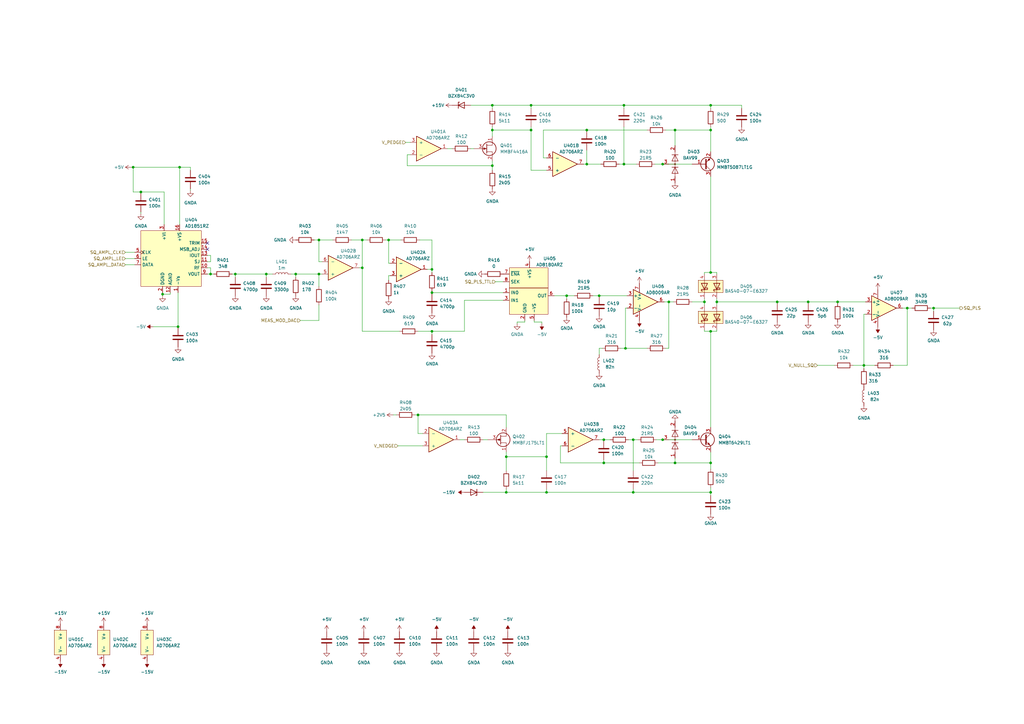
<source format=kicad_sch>
(kicad_sch (version 20230121) (generator eeschema)
  (paper "A3")
  (title_block (date "2023-07-12") (rev "1.1"))
  (junction (at 255.905 43.18))
  (junction (at 109.22 112.395))
  (junction (at 73.66 68.58))
  (junction (at 66.675 120.65))
  (junction (at 224.155 187.325))
  (junction (at 177.165 120.015))
  (junction (at 291.465 43.18))
  (junction (at 207.645 187.325))
  (junction (at 177.165 135.89))
  (junction (at 217.805 53.34))
  (junction (at 201.93 53.34))
  (junction (at 240.665 53.34))
  (junction (at 291.465 189.865))
  (junction (at 318.77 123.825))
  (junction (at 73.025 133.985))
  (junction (at 121.285 112.395))
  (junction (at 259.715 180.34))
  (junction (at 130.81 98.425))
  (junction (at 291.465 135.89))
  (junction (at 96.52 112.395))
  (junction (at 54.61 68.58))
  (junction (at 240.665 67.31))
  (junction (at 224.155 201.93))
  (junction (at 343.535 123.825))
  (junction (at 274.32 123.825))
  (junction (at 291.465 201.93))
  (junction (at 86.36 112.395))
  (junction (at 245.745 121.285))
  (junction (at 276.86 189.865))
  (junction (at 255.905 67.31))
  (junction (at 201.93 67.945))
  (junction (at 354.33 149.86))
  (junction (at 148.59 98.425))
  (junction (at 207.645 201.93))
  (junction (at 291.465 111.76))
  (junction (at 271.78 180.34))
  (junction (at 201.93 43.18))
  (junction (at 291.465 53.34))
  (junction (at 331.47 123.825))
  (junction (at 130.81 112.395))
  (junction (at 276.86 53.34))
  (junction (at 159.385 98.425))
  (junction (at 372.11 126.365))
  (junction (at 232.41 121.285))
  (junction (at 217.805 43.18))
  (junction (at 171.45 170.18))
  (junction (at 57.785 78.74))
  (junction (at 382.905 126.365))
  (junction (at 288.925 123.825))
  (junction (at 271.78 67.31))
  (junction (at 177.165 110.49))
  (junction (at 259.715 201.93))
  (junction (at 247.65 189.865))
  (junction (at 148.59 109.855))
  (junction (at 256.54 142.875))
  (junction (at 247.65 180.34))
  (junction (at 294.005 123.825))
  (no_connect (at 85.09 102.235))
  (no_connect (at 85.09 99.695))
  (wire (pts (xy 54.61 78.74) (xy 57.785 78.74)))
  (wire (pts (xy 276.86 53.34) (xy 291.465 53.34)))
  (wire (pts (xy 130.81 112.395) (xy 121.285 112.395)))
  (wire (pts (xy 291.465 43.18) (xy 304.165 43.18)))
  (wire (pts (xy 177.165 110.49) (xy 175.26 110.49)))
  (wire (pts (xy 148.59 109.855) (xy 148.59 98.425)))
  (wire (pts (xy 86.36 112.395) (xy 86.36 109.855)))
  (wire (pts (xy 372.11 126.365) (xy 370.205 126.365)))
  (wire (pts (xy 53.975 68.58) (xy 54.61 68.58)))
  (wire (pts (xy 229.87 189.865) (xy 229.87 182.88)))
  (wire (pts (xy 190.5 135.89) (xy 190.5 123.19)))
  (wire (pts (xy 268.605 67.31) (xy 271.78 67.31)))
  (wire (pts (xy 257.175 126.365) (xy 256.54 126.365)))
  (wire (pts (xy 291.465 111.76) (xy 294.005 111.76)))
  (wire (pts (xy 67.31 78.74) (xy 57.785 78.74)))
  (wire (pts (xy 354.33 128.905) (xy 354.33 149.86)))
  (wire (pts (xy 274.32 123.825) (xy 272.415 123.825)))
  (wire (pts (xy 276.86 189.865) (xy 276.86 187.96)))
  (wire (pts (xy 96.52 113.665) (xy 96.52 112.395)))
  (wire (pts (xy 291.465 135.89) (xy 294.005 135.89)))
  (wire (pts (xy 109.22 112.395) (xy 111.76 112.395)))
  (wire (pts (xy 198.12 201.93) (xy 207.645 201.93)))
  (wire (pts (xy 121.285 112.395) (xy 121.285 113.665)))
  (wire (pts (xy 207.645 170.18) (xy 207.645 175.26)))
  (wire (pts (xy 201.93 53.34) (xy 217.805 53.34)))
  (wire (pts (xy 259.715 193.04) (xy 259.715 180.34)))
  (wire (pts (xy 382.905 126.365) (xy 393.7 126.365)))
  (wire (pts (xy 354.965 128.905) (xy 354.33 128.905)))
  (wire (pts (xy 240.665 67.31) (xy 246.38 67.31)))
  (wire (pts (xy 119.38 112.395) (xy 121.285 112.395)))
  (wire (pts (xy 193.04 60.96) (xy 194.31 60.96)))
  (wire (pts (xy 354.965 123.825) (xy 343.535 123.825)))
  (wire (pts (xy 85.09 107.315) (xy 86.36 107.315)))
  (wire (pts (xy 273.05 142.875) (xy 274.32 142.875)))
  (wire (pts (xy 224.155 201.93) (xy 224.155 200.66)))
  (wire (pts (xy 240.665 67.31) (xy 240.665 61.595)))
  (wire (pts (xy 158.115 98.425) (xy 159.385 98.425)))
  (wire (pts (xy 159.385 107.95) (xy 160.02 107.95)))
  (wire (pts (xy 86.36 104.775) (xy 85.09 104.775)))
  (wire (pts (xy 212.09 132.715) (xy 212.09 132.08)))
  (wire (pts (xy 283.845 123.825) (xy 288.925 123.825)))
  (wire (pts (xy 256.54 142.875) (xy 265.43 142.875)))
  (wire (pts (xy 173.355 177.8) (xy 171.45 177.8)))
  (wire (pts (xy 67.31 92.075) (xy 67.31 78.74)))
  (wire (pts (xy 271.78 180.34) (xy 283.845 180.34)))
  (wire (pts (xy 159.385 98.425) (xy 159.385 107.95)))
  (wire (pts (xy 51.435 103.505) (xy 55.245 103.505)))
  (wire (pts (xy 159.385 113.03) (xy 159.385 114.935)))
  (wire (pts (xy 269.24 180.34) (xy 271.78 180.34)))
  (wire (pts (xy 382.905 126.365) (xy 381.635 126.365)))
  (wire (pts (xy 66.675 120.015) (xy 66.675 120.65)))
  (wire (pts (xy 123.19 131.445) (xy 130.81 131.445)))
  (wire (pts (xy 177.165 120.015) (xy 177.165 119.38)))
  (wire (pts (xy 171.45 170.18) (xy 207.645 170.18)))
  (wire (pts (xy 163.83 135.89) (xy 148.59 135.89)))
  (wire (pts (xy 96.52 112.395) (xy 109.22 112.395)))
  (wire (pts (xy 207.645 201.93) (xy 207.645 200.66)))
  (wire (pts (xy 168.275 63.5) (xy 167.005 63.5)))
  (wire (pts (xy 177.165 98.425) (xy 172.085 98.425)))
  (wire (pts (xy 217.805 43.18) (xy 217.805 44.45)))
  (wire (pts (xy 243.205 121.285) (xy 245.745 121.285)))
  (wire (pts (xy 232.41 122.555) (xy 232.41 121.285)))
  (wire (pts (xy 239.395 67.31) (xy 240.665 67.31)))
  (wire (pts (xy 148.59 98.425) (xy 150.495 98.425)))
  (wire (pts (xy 51.435 106.045) (xy 55.245 106.045)))
  (wire (pts (xy 128.905 98.425) (xy 130.81 98.425)))
  (wire (pts (xy 288.925 112.395) (xy 288.925 111.76)))
  (wire (pts (xy 288.925 123.825) (xy 288.925 125.095)))
  (wire (pts (xy 354.33 149.86) (xy 358.775 149.86)))
  (wire (pts (xy 163.195 182.88) (xy 173.355 182.88)))
  (wire (pts (xy 166.37 58.42) (xy 168.275 58.42)))
  (wire (pts (xy 318.77 124.46) (xy 318.77 123.825)))
  (wire (pts (xy 86.36 112.395) (xy 87.63 112.395)))
  (wire (pts (xy 177.165 110.49) (xy 177.165 98.425)))
  (wire (pts (xy 167.005 67.945) (xy 201.93 67.945)))
  (wire (pts (xy 160.02 113.03) (xy 159.385 113.03)))
  (wire (pts (xy 291.465 135.89) (xy 291.465 175.26)))
  (wire (pts (xy 247.65 188.595) (xy 247.65 189.865)))
  (wire (pts (xy 207.645 185.42) (xy 207.645 187.325)))
  (wire (pts (xy 382.905 127.635) (xy 382.905 126.365)))
  (wire (pts (xy 273.05 53.34) (xy 276.86 53.34)))
  (wire (pts (xy 240.665 53.34) (xy 222.885 53.34)))
  (wire (pts (xy 224.155 177.8) (xy 230.505 177.8)))
  (wire (pts (xy 130.81 112.395) (xy 132.08 112.395)))
  (wire (pts (xy 66.675 120.65) (xy 69.85 120.65)))
  (wire (pts (xy 109.22 113.665) (xy 109.22 112.395)))
  (wire (pts (xy 132.08 107.315) (xy 130.81 107.315)))
  (wire (pts (xy 130.81 107.315) (xy 130.81 98.425)))
  (wire (pts (xy 232.41 121.285) (xy 235.585 121.285)))
  (wire (pts (xy 229.87 182.88) (xy 230.505 182.88)))
  (wire (pts (xy 167.005 63.5) (xy 167.005 67.945)))
  (wire (pts (xy 331.47 123.825) (xy 331.47 124.46)))
  (wire (pts (xy 66.675 120.65) (xy 66.675 121.285)))
  (wire (pts (xy 147.32 109.855) (xy 148.59 109.855)))
  (wire (pts (xy 69.85 120.015) (xy 69.85 120.65)))
  (wire (pts (xy 85.09 112.395) (xy 86.36 112.395)))
  (wire (pts (xy 343.535 123.825) (xy 343.535 124.46)))
  (wire (pts (xy 78.105 68.58) (xy 73.66 68.58)))
  (wire (pts (xy 288.925 135.89) (xy 291.465 135.89)))
  (wire (pts (xy 245.745 121.285) (xy 245.745 121.92)))
  (wire (pts (xy 262.255 189.865) (xy 247.65 189.865)))
  (wire (pts (xy 198.12 180.34) (xy 200.025 180.34)))
  (wire (pts (xy 259.715 201.93) (xy 291.465 201.93)))
  (wire (pts (xy 255.905 52.07) (xy 255.905 67.31)))
  (wire (pts (xy 78.105 77.47) (xy 78.105 78.105)))
  (wire (pts (xy 207.645 187.325) (xy 224.155 187.325)))
  (wire (pts (xy 171.45 135.89) (xy 177.165 135.89)))
  (wire (pts (xy 291.465 72.39) (xy 291.465 111.76)))
  (wire (pts (xy 247.65 180.34) (xy 250.19 180.34)))
  (wire (pts (xy 294.005 123.825) (xy 318.77 123.825)))
  (wire (pts (xy 177.165 120.015) (xy 206.375 120.015)))
  (wire (pts (xy 291.465 201.93) (xy 291.465 200.025)))
  (wire (pts (xy 57.785 78.74) (xy 57.785 79.375)))
  (wire (pts (xy 222.25 132.08) (xy 219.075 132.08)))
  (wire (pts (xy 148.59 135.89) (xy 148.59 109.855)))
  (wire (pts (xy 288.925 111.76) (xy 291.465 111.76)))
  (wire (pts (xy 245.745 145.415) (xy 245.745 142.875)))
  (wire (pts (xy 294.005 122.555) (xy 294.005 123.825)))
  (wire (pts (xy 217.805 53.34) (xy 217.805 52.07)))
  (wire (pts (xy 354.33 149.86) (xy 354.33 151.13)))
  (wire (pts (xy 161.29 170.18) (xy 162.56 170.18)))
  (wire (pts (xy 86.36 107.315) (xy 86.36 104.775)))
  (wire (pts (xy 130.81 98.425) (xy 136.525 98.425)))
  (wire (pts (xy 217.805 69.85) (xy 217.805 53.34)))
  (wire (pts (xy 86.36 109.855) (xy 85.09 109.855)))
  (wire (pts (xy 291.465 189.865) (xy 291.465 192.405)))
  (wire (pts (xy 177.165 120.65) (xy 177.165 120.015)))
  (wire (pts (xy 247.65 180.34) (xy 247.65 180.975)))
  (wire (pts (xy 294.005 111.76) (xy 294.005 112.395)))
  (wire (pts (xy 177.165 135.89) (xy 177.165 137.16)))
  (wire (pts (xy 245.745 180.34) (xy 247.65 180.34)))
  (wire (pts (xy 222.885 53.34) (xy 222.885 64.77)))
  (wire (pts (xy 257.81 180.34) (xy 259.715 180.34)))
  (wire (pts (xy 259.715 180.34) (xy 261.62 180.34)))
  (wire (pts (xy 207.645 187.325) (xy 207.645 193.04)))
  (wire (pts (xy 271.78 67.31) (xy 283.845 67.31)))
  (wire (pts (xy 73.66 92.075) (xy 73.66 68.58)))
  (wire (pts (xy 224.155 187.325) (xy 224.155 193.04)))
  (wire (pts (xy 130.81 131.445) (xy 130.81 125.095)))
  (wire (pts (xy 372.11 126.365) (xy 374.015 126.365)))
  (wire (pts (xy 255.905 43.18) (xy 217.805 43.18)))
  (wire (pts (xy 256.54 126.365) (xy 256.54 142.875)))
  (wire (pts (xy 331.47 123.825) (xy 343.535 123.825)))
  (wire (pts (xy 170.18 170.18) (xy 171.45 170.18)))
  (wire (pts (xy 372.11 149.86) (xy 372.11 126.365)))
  (wire (pts (xy 274.32 123.825) (xy 276.225 123.825)))
  (wire (pts (xy 54.61 68.58) (xy 73.66 68.58)))
  (wire (pts (xy 95.25 112.395) (xy 96.52 112.395)))
  (wire (pts (xy 269.875 189.865) (xy 276.86 189.865)))
  (wire (pts (xy 130.81 112.395) (xy 130.81 117.475)))
  (wire (pts (xy 255.905 44.45) (xy 255.905 43.18)))
  (wire (pts (xy 207.645 201.93) (xy 224.155 201.93)))
  (wire (pts (xy 188.595 180.34) (xy 190.5 180.34)))
  (wire (pts (xy 177.165 135.89) (xy 190.5 135.89)))
  (wire (pts (xy 224.155 201.93) (xy 259.715 201.93)))
  (wire (pts (xy 291.465 201.93) (xy 291.465 203.2)))
  (wire (pts (xy 62.865 133.985) (xy 73.025 133.985)))
  (wire (pts (xy 201.93 66.04) (xy 201.93 67.945)))
  (wire (pts (xy 276.86 189.865) (xy 291.465 189.865)))
  (wire (pts (xy 224.155 69.85) (xy 217.805 69.85)))
  (wire (pts (xy 288.925 122.555) (xy 288.925 123.825)))
  (wire (pts (xy 219.075 131.445) (xy 219.075 132.08)))
  (wire (pts (xy 227.33 121.285) (xy 232.41 121.285)))
  (wire (pts (xy 215.265 131.445) (xy 215.265 132.08)))
  (wire (pts (xy 73.025 134.62) (xy 73.025 133.985)))
  (wire (pts (xy 291.465 44.45) (xy 291.465 43.18)))
  (wire (pts (xy 335.28 149.86) (xy 342.265 149.86)))
  (wire (pts (xy 318.77 123.825) (xy 331.47 123.825)))
  (wire (pts (xy 304.165 43.18) (xy 304.165 44.45)))
  (wire (pts (xy 259.715 201.93) (xy 259.715 200.66)))
  (wire (pts (xy 257.175 121.285) (xy 245.745 121.285)))
  (wire (pts (xy 177.165 111.76) (xy 177.165 110.49)))
  (wire (pts (xy 254 67.31) (xy 255.905 67.31)))
  (wire (pts (xy 183.515 60.96) (xy 185.42 60.96)))
  (wire (pts (xy 294.005 123.825) (xy 294.005 125.095)))
  (wire (pts (xy 57.785 86.995) (xy 57.785 87.63)))
  (wire (pts (xy 201.93 67.945) (xy 201.93 69.85)))
  (wire (pts (xy 73.025 120.015) (xy 73.025 133.985)))
  (wire (pts (xy 224.155 187.325) (xy 224.155 177.8)))
  (wire (pts (xy 171.45 177.8) (xy 171.45 170.18)))
  (wire (pts (xy 54.61 78.74) (xy 54.61 68.58)))
  (wire (pts (xy 164.465 98.425) (xy 159.385 98.425)))
  (wire (pts (xy 217.805 43.18) (xy 201.93 43.18)))
  (wire (pts (xy 212.09 132.08) (xy 215.265 132.08)))
  (wire (pts (xy 255.905 67.31) (xy 260.985 67.31)))
  (wire (pts (xy 366.395 149.86) (xy 372.11 149.86)))
  (wire (pts (xy 201.93 43.18) (xy 201.93 44.45)))
  (wire (pts (xy 255.905 43.18) (xy 291.465 43.18)))
  (wire (pts (xy 144.145 98.425) (xy 148.59 98.425)))
  (wire (pts (xy 349.885 149.86) (xy 354.33 149.86)))
  (wire (pts (xy 201.93 52.07) (xy 201.93 53.34)))
  (wire (pts (xy 254.635 142.875) (xy 256.54 142.875)))
  (wire (pts (xy 291.465 53.34) (xy 291.465 52.07)))
  (wire (pts (xy 78.105 69.85) (xy 78.105 68.58)))
  (wire (pts (xy 291.465 185.42) (xy 291.465 189.865)))
  (wire (pts (xy 247.65 189.865) (xy 229.87 189.865)))
  (wire (pts (xy 193.04 43.18) (xy 201.93 43.18)))
  (wire (pts (xy 276.86 59.69) (xy 276.86 53.34)))
  (wire (pts (xy 222.885 64.77) (xy 224.155 64.77)))
  (wire (pts (xy 274.32 142.875) (xy 274.32 123.825)))
  (wire (pts (xy 222.25 132.715) (xy 222.25 132.08)))
  (wire (pts (xy 203.2 115.57) (xy 206.375 115.57)))
  (wire (pts (xy 294.005 135.255) (xy 294.005 135.89)))
  (wire (pts (xy 240.665 53.34) (xy 265.43 53.34)))
  (wire (pts (xy 240.665 53.975) (xy 240.665 53.34)))
  (wire (pts (xy 245.745 142.875) (xy 247.015 142.875)))
  (wire (pts (xy 288.925 135.255) (xy 288.925 135.89)))
  (wire (pts (xy 51.435 108.585) (xy 55.245 108.585)))
  (wire (pts (xy 201.93 53.34) (xy 201.93 55.88)))
  (wire (pts (xy 291.465 53.34) (xy 291.465 62.23)))
  (wire (pts (xy 190.5 123.19) (xy 206.375 123.19)))
  (hierarchical_label "MEAS_MOD_DAC" (shape input) (at 123.19 131.445 180))
  (hierarchical_label "V_NEDGE" (shape input) (at 163.195 182.88 180))
  (hierarchical_label "SQ_AMPL_LE" (shape input) (at 51.435 106.045 180))
  (hierarchical_label "SQ_PLS_TTL" (shape input) (at 203.2 115.57 180))
  (hierarchical_label "V_NULL_SQ" (shape input) (at 335.28 149.86 180))
  (hierarchical_label "SQ_AMPL_CLK" (shape input) (at 51.435 103.505 180))
  (hierarchical_label "V_PEDGE" (shape input) (at 166.37 58.42 180))
  (hierarchical_label "SQ_PLS" (shape output) (at 393.7 126.365 0))
  (hierarchical_label "SQ_AMPL_DATA" (shape input) (at 51.435 108.585 180))
  (symbol (lib_id "Device:C") (at 177.165 124.46 0) (unit 1)
    (property "Reference" "C414" (at 180.34 123.19 0) (effects (justify left)))
    (property "Value" "4700p" (at 180.34 125.73 0) (effects (justify left)))
    (property "Footprint" "Capacitor_SMD:C_0603_1608Metric_Pad1.08x0.95mm_HandSolder" (effects hide))
    (instances (project "ETH1CFGEN1B" (path "" (reference "C414") (unit 1))) (project "ETH1CFGEN1" (path "" (reference "C1214") (unit 1))))
  )
  (symbol (lib_id "Device:R") (at 159.385 118.745 0) (unit 1)
    (property "Reference" "R407" (at 161.29 117.475 0) (effects (justify left)))
    (property "Value" "1k" (at 161.29 120.015 0) (effects (justify left)))
    (property "Footprint" "Resistor_SMD:R_0603_1608Metric_Pad0.98x0.95mm_HandSolder" (effects hide))
    (instances (project "ETH1CFGEN1B" (path "" (reference "R407") (unit 1))) (project "ETH1CFGEN1" (path "" (reference "R1207") (unit 1))))
  )
  (symbol (lib_id "ETH1CFGEN1:AD706") (at 60.325 263.525 0) (unit 3)
    (property "Reference" "U403" (at 64.135 262.255 0) (effects (justify left)))
    (property "Value" "AD706ARZ" (at 64.135 264.795 0) (effects (justify left)))
    (property "Footprint" "Package_SO:SOIC-8_3.9x4.9mm_P1.27mm" (effects hide))
    (instances (project "ETH1CFGEN1B" (path "" (reference "U403") (unit 3))) (project "ETH1CFGEN1" (path "" (reference "U1203") (unit 3))))
  )
  (symbol (lib_id "ETH1CFGEN1:BAS40-07-E6327") (at 291.465 117.475 0) (unit 1)
    (property "Reference" "D405" (at 306.07 117.475 0))
    (property "Value" "BAS40-07-E6327" (at 306.07 119.38 0))
    (property "Footprint" "Package_TO_SOT_SMD:SOT-143" (effects hide))
    (instances (project "ETH1CFGEN1B" (path "" (reference "D405") (unit 1))) (project "ETH1CFGEN1" (path "" (reference "D1205") (unit 1))))
  )
  (symbol (lib_id "Device:R") (at 254 180.34 90) (unit 1)
    (property "Reference" "R422" (at 254 175.26 90))
    (property "Value" "100" (at 254 177.8 90))
    (property "Footprint" "Resistor_SMD:R_0603_1608Metric_Pad0.98x0.95mm_HandSolder" (effects hide))
    (instances (project "ETH1CFGEN1B" (path "" (reference "R422") (unit 1))) (project "ETH1CFGEN1" (path "" (reference "R1222") (unit 1))))
  )
  (symbol (lib_id "Device:C") (at 240.665 57.785 0) (unit 1)
    (property "Reference" "C418" (at 243.84 56.515 0) (effects (justify left)))
    (property "Value" "100n" (at 243.84 59.055 0) (effects (justify left)))
    (property "Footprint" "Capacitor_SMD:C_0603_1608Metric_Pad1.08x0.95mm_HandSolder" (effects hide))
    (instances (project "ETH1CFGEN1B" (path "" (reference "C418") (unit 1))) (project "ETH1CFGEN1" (path "" (reference "C1218") (unit 1))))
  )
  (symbol (lib_id "Device:L") (at 354.33 162.56 0) (mirror y) (unit 1)
    (property "Reference" "L403" (at 360.68 161.29 0) (effects (justify left)))
    (property "Value" "82n" (at 360.68 163.83 0) (effects (justify left)))
    (property "Footprint" "Inductor_SMD:L_0805_2012Metric_Pad1.15x1.40mm_HandSolder" (effects hide))
    (instances (project "ETH1CFGEN1B" (path "" (reference "L403") (unit 1))) (project "ETH1CFGEN1" (path "" (reference "L1203") (unit 1))))
  )
  (symbol (lib_id "ETH1CFGEN1:AD706") (at 24.765 263.525 0) (unit 3)
    (property "Reference" "U401" (at 27.94 262.255 0) (effects (justify left)))
    (property "Value" "AD706ARZ" (at 27.94 264.795 0) (effects (justify left)))
    (property "Footprint" "Package_SO:SOIC-8_3.9x4.9mm_P1.27mm" (effects hide))
    (instances (project "ETH1CFGEN1B" (path "" (reference "U401") (unit 3))) (project "ETH1CFGEN1" (path "" (reference "U1201") (unit 3))))
  )
  (symbol (lib_id "Device:C") (at 133.985 262.89 0) (unit 1)
    (property "Reference" "C405" (at 137.795 261.62 0) (effects (justify left)))
    (property "Value" "100n" (at 137.795 264.16 0) (effects (justify left)))
    (property "Footprint" "Capacitor_SMD:C_0603_1608Metric_Pad1.08x0.95mm_HandSolder" (effects hide))
    (instances (project "ETH1CFGEN1B" (path "" (reference "C405") (unit 1))) (project "ETH1CFGEN1" (path "" (reference "C1205") (unit 1))))
  )
  (symbol (lib_id "power:-15V") (at 24.765 271.145 180) (unit 1)
    (property "Reference" "#PWR01202" (effects hide))
    (property "Value" "-15V" (at 24.765 275.59 0))
  )
  (symbol (lib_id "Device:C") (at 304.165 48.26 0) (unit 1)
    (property "Reference" "C424" (at 307.34 46.99 0) (effects (justify left)))
    (property "Value" "100n" (at 307.34 49.53 0) (effects (justify left)))
    (property "Footprint" "Capacitor_SMD:C_0603_1608Metric_Pad1.08x0.95mm_HandSolder" (effects hide))
    (instances (project "ETH1CFGEN1B" (path "" (reference "C424") (unit 1))) (project "ETH1CFGEN1" (path "" (reference "C1224") (unit 1))))
  )
  (symbol (lib_id "ETH1CFGEN1:AD706") (at 236.855 180.34 0) (mirror x) (unit 2)
    (property "Reference" "U403" (at 242.57 173.99 0))
    (property "Value" "AD706ARZ" (at 242.57 176.53 0))
    (property "Footprint" "Package_SO:SOIC-8_3.9x4.9mm_P1.27mm" (effects hide))
    (instances (project "ETH1CFGEN1B" (path "" (reference "U403") (unit 2))) (project "ETH1CFGEN1" (path "" (reference "U1203") (unit 2))))
  )
  (symbol (lib_id "Device:L") (at 115.57 112.395 90) (unit 1)
    (property "Reference" "L401" (at 115.57 107.315 90))
    (property "Value" "1m" (at 115.57 109.855 90))
    (property "Footprint" "Inductor_SMD:L_0805_2012Metric_Pad1.15x1.40mm_HandSolder" (effects hide))
    (instances (project "ETH1CFGEN1B" (path "" (reference "L401") (unit 1))) (project "ETH1CFGEN1" (path "" (reference "L1201") (unit 1))))
  )
  (symbol (lib_id "Device:C") (at 96.52 117.475 0) (unit 1)
    (property "Reference" "C408" (at 99.695 116.205 0) (effects (justify left)))
    (property "Value" "4700p" (at 99.695 118.745 0) (effects (justify left)))
    (property "Footprint" "Capacitor_SMD:C_0603_1608Metric_Pad1.08x0.95mm_HandSolder" (effects hide))
    (instances (project "ETH1CFGEN1B" (path "" (reference "C408") (unit 1))) (project "ETH1CFGEN1" (path "" (reference "C1208") (unit 1))))
  )
  (symbol (lib_id "Device:C") (at 208.28 262.89 0) (unit 1)
    (property "Reference" "C413" (at 212.09 261.62 0) (effects (justify left)))
    (property "Value" "100n" (at 212.09 264.16 0) (effects (justify left)))
    (property "Footprint" "Capacitor_SMD:C_0603_1608Metric_Pad1.08x0.95mm_HandSolder" (effects hide))
    (instances (project "ETH1CFGEN1B" (path "" (reference "C413") (unit 1))) (project "ETH1CFGEN1" (path "" (reference "C1213") (unit 1))))
  )
  (symbol (lib_id "power:GNDA") (at 66.675 121.285 0) (unit 1)
    (property "Reference" "#PWR0411" (effects hide))
    (property "Value" "GNDA" (at 66.675 126.365 0))
    (instances (project "ETH1CFGEN1B" (path "" (reference "#PWR0411") (unit 1))) (project "ETH1CFGEN1" (path "" (reference "#PWR01211") (unit 1))))
  )
  (symbol (lib_id "power:+2V5") (at 161.29 170.18 90) (unit 1)
    (property "Reference" "#PWR0432" (effects hide))
    (property "Value" "+2V5" (at 158.115 170.18 90) (effects (justify left)))
    (instances (project "ETH1CFGEN1B" (path "" (reference "#PWR0432") (unit 1))) (project "ETH1CFGEN1" (path "" (reference "#PWR01232") (unit 1))))
  )
  (symbol (lib_id "power:+5V") (at 262.255 116.205 0) (unit 1)
    (property "Reference" "#PWR01214" (effects hide))
    (property "Value" "+5V" (at 262.255 111.125 0))
  )
  (symbol (lib_id "ETH1CFGEN1:AD706") (at 166.37 110.49 0) (unit 1)
    (property "Reference" "U402" (at 171.45 103.505 0))
    (property "Value" "AD706ARZ" (at 171.45 106.045 0))
    (property "Footprint" "Package_SO:SOIC-8_3.9x4.9mm_P1.27mm" (effects hide))
    (instances (project "ETH1CFGEN1B" (path "" (reference "U402") (unit 1))) (project "ETH1CFGEN1" (path "" (reference "U1202") (unit 1))))
  )
  (symbol (lib_id "power:+15V") (at 60.325 255.905 0) (unit 1)
    (property "Reference" "#PWR01204" (effects hide))
    (property "Value" "+15V" (at 60.325 251.46 0))
  )
  (symbol (lib_id "ETH1CFGEN1:BAS40-07-E6327") (at 291.465 130.175 0) (unit 1)
    (property "Reference" "D406" (at 306.07 130.175 0))
    (property "Value" "BAS40-07-E6327" (at 306.07 132.08 0))
    (property "Footprint" "Package_TO_SOT_SMD:SOT-143" (effects hide))
    (instances (project "ETH1CFGEN1B" (path "" (reference "D406") (unit 1))) (project "ETH1CFGEN1" (path "" (reference "D1206") (unit 1))))
  )
  (symbol (lib_id "Device:R") (at 264.795 67.31 90) (unit 1)
    (property "Reference" "R423" (at 264.795 62.23 90))
    (property "Value" "21R5" (at 264.795 64.77 90))
    (property "Footprint" "Resistor_SMD:R_0603_1608Metric_Pad0.98x0.95mm_HandSolder" (effects hide))
    (instances (project "ETH1CFGEN1B" (path "" (reference "R423") (unit 1))) (project "ETH1CFGEN1" (path "" (reference "R1223") (unit 1))))
  )
  (symbol (lib_id "power:GNDA") (at 179.07 266.7 0) (unit 1)
    (property "Reference" "#PWR0426" (effects hide))
    (property "Value" "GNDA" (at 179.07 271.78 0))
    (instances (project "ETH1CFGEN1B" (path "" (reference "#PWR0426") (unit 1))) (project "ETH1CFGEN1" (path "" (reference "#PWR01226") (unit 1))))
  )
  (symbol (lib_id "power:-15V") (at 60.325 271.145 180) (unit 1)
    (property "Reference" "#PWR01208" (effects hide))
    (property "Value" "-15V" (at 60.325 275.59 0))
  )
  (symbol (lib_id "power:GNDA") (at 208.28 266.7 0) (unit 1)
    (property "Reference" "#PWR0430" (effects hide))
    (property "Value" "GNDA" (at 208.28 271.78 0))
    (instances (project "ETH1CFGEN1B" (path "" (reference "#PWR0430") (unit 1))) (project "ETH1CFGEN1" (path "" (reference "#PWR01230") (unit 1))))
  )
  (symbol (lib_id "Device:C") (at 259.715 196.85 0) (unit 1)
    (property "Reference" "C422" (at 262.89 195.58 0) (effects (justify left)))
    (property "Value" "220n" (at 262.89 198.12 0) (effects (justify left)))
    (property "Footprint" "Capacitor_SMD:C_0603_1608Metric_Pad1.08x0.95mm_HandSolder" (effects hide))
    (instances (project "ETH1CFGEN1B" (path "" (reference "C422") (unit 1))) (project "ETH1CFGEN1" (path "" (reference "C1222") (unit 1))))
  )
  (symbol (lib_id "Device:R") (at 167.64 135.89 90) (unit 1)
    (property "Reference" "R409" (at 167.64 130.175 90))
    (property "Value" "619" (at 167.64 132.715 90))
    (property "Footprint" "Resistor_SMD:R_0603_1608Metric_Pad0.98x0.95mm_HandSolder" (effects hide))
    (instances (project "ETH1CFGEN1B" (path "" (reference "R409") (unit 1))) (project "ETH1CFGEN1" (path "" (reference "R1209") (unit 1))))
  )
  (symbol (lib_id "Device:R") (at 250.825 142.875 90) (unit 1)
    (property "Reference" "R421" (at 250.825 137.795 90))
    (property "Value" "316" (at 250.825 140.335 90))
    (property "Footprint" "Resistor_SMD:R_0603_1608Metric_Pad0.98x0.95mm_HandSolder" (effects hide))
    (instances (project "ETH1CFGEN1B" (path "" (reference "R421") (unit 1))) (project "ETH1CFGEN1" (path "" (reference "R1221") (unit 1))))
  )
  (symbol (lib_id "Device:R") (at 377.825 126.365 90) (unit 1)
    (property "Reference" "R435" (at 377.825 121.285 90))
    (property "Value" "34R8" (at 377.825 123.825 90))
    (property "Footprint" "Resistor_SMD:R_0603_1608Metric_Pad0.98x0.95mm_HandSolder" (effects hide))
    (instances (project "ETH1CFGEN1B" (path "" (reference "R435") (unit 1))) (project "ETH1CFGEN1" (path "" (reference "R1235") (unit 1))))
  )
  (symbol (lib_id "power:GNDA") (at 149.225 266.7 0) (unit 1)
    (property "Reference" "#PWR0418" (effects hide))
    (property "Value" "GNDA" (at 149.225 271.78 0))
    (instances (project "ETH1CFGEN1B" (path "" (reference "#PWR0418") (unit 1))) (project "ETH1CFGEN1" (path "" (reference "#PWR01218") (unit 1))))
  )
  (symbol (lib_id "Device:R") (at 232.41 126.365 180) (unit 1)
    (property "Reference" "R418" (at 234.315 125.095 0) (effects (justify right)))
    (property "Value" "100k" (at 234.315 127.635 0) (effects (justify right)))
    (property "Footprint" "Resistor_SMD:R_0603_1608Metric_Pad0.98x0.95mm_HandSolder" (effects hide))
    (instances (project "ETH1CFGEN1B" (path "" (reference "R418") (unit 1))) (project "ETH1CFGEN1" (path "" (reference "R1218") (unit 1))))
  )
  (symbol (lib_id "Device:R") (at 250.19 67.31 90) (unit 1)
    (property "Reference" "R420" (at 250.19 62.23 90))
    (property "Value" "100" (at 250.19 64.77 90))
    (property "Footprint" "Resistor_SMD:R_0603_1608Metric_Pad0.98x0.95mm_HandSolder" (effects hide))
    (instances (project "ETH1CFGEN1B" (path "" (reference "R420") (unit 1))) (project "ETH1CFGEN1" (path "" (reference "R1220") (unit 1))))
  )
  (symbol (lib_id "Device:C") (at 194.31 262.89 0) (unit 1)
    (property "Reference" "C412" (at 198.12 261.62 0) (effects (justify left)))
    (property "Value" "100n" (at 198.12 264.16 0) (effects (justify left)))
    (property "Footprint" "Capacitor_SMD:C_0603_1608Metric_Pad1.08x0.95mm_HandSolder" (effects hide))
    (instances (project "ETH1CFGEN1B" (path "" (reference "C412") (unit 1))) (project "ETH1CFGEN1" (path "" (reference "C1212") (unit 1))))
  )
  (symbol (lib_id "Device:C") (at 78.105 73.66 0) (unit 1)
    (property "Reference" "C404" (at 81.28 72.39 0) (effects (justify left)))
    (property "Value" "100n" (at 81.28 74.93 0) (effects (justify left)))
    (property "Footprint" "Capacitor_SMD:C_0603_1608Metric_Pad1.08x0.95mm_HandSolder" (effects hide))
    (instances (project "ETH1CFGEN1B" (path "" (reference "C404") (unit 1))) (project "ETH1CFGEN1" (path "" (reference "C1204") (unit 1))))
  )
  (symbol (lib_id "power:+5V") (at 360.045 118.745 0) (unit 1)
    (property "Reference" "#PWR01216" (effects hide))
    (property "Value" "+5V" (at 360.045 113.665 0))
  )
  (symbol (lib_id "power:+15V") (at 42.545 255.905 0) (unit 1)
    (property "Reference" "#PWR01201" (effects hide))
    (property "Value" "+15V" (at 42.545 251.46 0))
  )
  (symbol (lib_id "Device:R") (at 265.43 180.34 90) (unit 1)
    (property "Reference" "R424" (at 265.43 175.26 90))
    (property "Value" "21R5" (at 265.43 177.8 90))
    (property "Footprint" "Resistor_SMD:R_0603_1608Metric_Pad0.98x0.95mm_HandSolder" (effects hide))
    (instances (project "ETH1CFGEN1B" (path "" (reference "R424") (unit 1))) (project "ETH1CFGEN1" (path "" (reference "R1224") (unit 1))))
  )
  (symbol (lib_id "power:-5V") (at 360.045 133.985 180) (unit 1)
    (property "Reference" "#PWR01245" (effects hide))
    (property "Value" "-5V" (at 360.045 138.43 0))
  )
  (symbol (lib_id "Device:R") (at 202.565 112.395 90) (unit 1)
    (property "Reference" "R416" (at 202.565 106.68 90))
    (property "Value" "0" (at 202.565 109.22 90))
    (property "Footprint" "Resistor_SMD:R_0603_1608Metric_Pad0.98x0.95mm_HandSolder" (effects hide))
    (instances (project "ETH1CFGEN1B" (path "" (reference "R416") (unit 1))) (project "ETH1CFGEN1" (path "" (reference "R1216") (unit 1))))
  )
  (symbol (lib_id "power:GNDA") (at 198.755 112.395 270) (unit 1)
    (property "Reference" "#PWR0437" (effects hide))
    (property "Value" "GNDA" (at 195.58 112.395 90) (effects (justify right)))
    (instances (project "ETH1CFGEN1B" (path "" (reference "#PWR0437") (unit 1))) (project "ETH1CFGEN1" (path "" (reference "#PWR01237") (unit 1))))
  )
  (symbol (lib_id "Device:C") (at 318.77 128.27 0) (unit 1)
    (property "Reference" "C425" (at 321.945 127 0) (effects (justify left)))
    (property "Value" "22p" (at 322.58 129.54 0) (effects (justify left)))
    (property "Footprint" "Capacitor_SMD:C_0603_1608Metric_Pad1.08x0.95mm_HandSolder" (effects hide))
    (instances (project "ETH1CFGEN1B" (path "" (reference "C425") (unit 1))) (project "ETH1CFGEN1" (path "" (reference "C1225") (unit 1))))
  )
  (symbol (lib_id "power:+15V") (at 185.42 43.18 90) (unit 1)
    (property "Reference" "#PWR01209" (effects hide))
    (property "Value" "+15V" (at 182.245 43.18 90) (effects (justify left)))
  )
  (symbol (lib_id "ETH1CFGEN1:AD706") (at 179.705 180.34 0) (unit 1)
    (property "Reference" "U403" (at 184.785 173.355 0))
    (property "Value" "AD706ARZ" (at 184.785 175.895 0))
    (property "Footprint" "Package_SO:SOIC-8_3.9x4.9mm_P1.27mm" (effects hide))
    (instances (project "ETH1CFGEN1B" (path "" (reference "U403") (unit 1))) (project "ETH1CFGEN1" (path "" (reference "U1203") (unit 1))))
  )
  (symbol (lib_id "Device:R") (at 125.095 98.425 90) (unit 1)
    (property "Reference" "R403" (at 125.095 92.71 90))
    (property "Value" "10k" (at 125.095 95.25 90))
    (property "Footprint" "Resistor_SMD:R_0603_1608Metric_Pad0.98x0.95mm_HandSolder" (effects hide))
    (instances (project "ETH1CFGEN1B" (path "" (reference "R403") (unit 1))) (project "ETH1CFGEN1" (path "" (reference "R1203") (unit 1))))
  )
  (symbol (lib_id "power:GNDA") (at 304.165 52.07 0) (unit 1)
    (property "Reference" "#PWR0450" (effects hide))
    (property "Value" "GNDA" (at 304.165 57.15 0))
    (instances (project "ETH1CFGEN1B" (path "" (reference "#PWR0450") (unit 1))) (project "ETH1CFGEN1" (path "" (reference "#PWR01250") (unit 1))))
  )
  (symbol (lib_id "Device:R") (at 130.81 121.285 180) (unit 1)
    (property "Reference" "R404" (at 133.35 120.015 0) (effects (justify right)))
    (property "Value" "100k" (at 133.35 122.555 0) (effects (justify right)))
    (property "Footprint" "Resistor_SMD:R_0603_1608Metric_Pad0.98x0.95mm_HandSolder" (effects hide))
    (instances (project "ETH1CFGEN1B" (path "" (reference "R404") (unit 1))) (project "ETH1CFGEN1" (path "" (reference "R1204") (unit 1))))
  )
  (symbol (lib_id "Device:C") (at 255.905 48.26 0) (unit 1)
    (property "Reference" "C421" (at 259.715 46.99 0) (effects (justify left)))
    (property "Value" "220n" (at 259.715 49.53 0) (effects (justify left)))
    (property "Footprint" "Capacitor_SMD:C_0603_1608Metric_Pad1.08x0.95mm_HandSolder" (effects hide))
    (instances (project "ETH1CFGEN1B" (path "" (reference "C421") (unit 1))) (project "ETH1CFGEN1" (path "" (reference "C1221") (unit 1))))
  )
  (symbol (lib_id "ETH1CFGEN1:AD8009AR") (at 264.16 123.825 0) (unit 1)
    (property "Reference" "U406" (at 269.875 117.475 0))
    (property "Value" "AD8009AR" (at 269.875 120.015 0))
    (property "Footprint" "Package_SO:SOIC-8_3.9x4.9mm_P1.27mm" (effects hide))
    (instances (project "ETH1CFGEN1B" (path "" (reference "U406") (unit 1))) (project "ETH1CFGEN1" (path "" (reference "U1206") (unit 1))))
  )
  (symbol (lib_id "Device:C") (at 109.22 117.475 0) (unit 1)
    (property "Reference" "C409" (at 112.395 116.205 0) (effects (justify left)))
    (property "Value" "3300p" (at 112.395 118.745 0) (effects (justify left)))
    (property "Footprint" "Capacitor_SMD:C_0603_1608Metric_Pad1.08x0.95mm_HandSolder" (effects hide))
    (instances (project "ETH1CFGEN1B" (path "" (reference "C409") (unit 1))) (project "ETH1CFGEN1" (path "" (reference "C1209") (unit 1))))
  )
  (symbol (lib_id "power:-5V") (at 179.07 259.08 0) (unit 1)
    (property "Reference" "#PWR01255" (effects hide))
    (property "Value" "-5V" (at 179.07 254 0))
  )
  (symbol (lib_id "power:GNDA") (at 96.52 121.285 0) (unit 1)
    (property "Reference" "#PWR0419" (effects hide))
    (property "Value" "GNDA" (at 96.52 126.365 0))
    (instances (project "ETH1CFGEN1B" (path "" (reference "#PWR0419") (unit 1))) (project "ETH1CFGEN1" (path "" (reference "#PWR01219") (unit 1))))
  )
  (symbol (lib_id "Device:R") (at 280.035 123.825 90) (unit 1)
    (property "Reference" "R428" (at 280.035 118.11 90))
    (property "Value" "21R5" (at 280.035 120.65 90))
    (property "Footprint" "Resistor_SMD:R_0603_1608Metric_Pad0.98x0.95mm_HandSolder" (effects hide))
    (instances (project "ETH1CFGEN1B" (path "" (reference "R428") (unit 1))) (project "ETH1CFGEN1" (path "" (reference "R1228") (unit 1))))
  )
  (symbol (lib_id "Device:R") (at 154.305 98.425 90) (unit 1)
    (property "Reference" "R406" (at 154.305 92.71 90))
    (property "Value" "10k" (at 154.305 95.25 90))
    (property "Footprint" "Resistor_SMD:R_0603_1608Metric_Pad0.98x0.95mm_HandSolder" (effects hide))
    (instances (project "ETH1CFGEN1B" (path "" (reference "R406") (unit 1))) (project "ETH1CFGEN1" (path "" (reference "R1206") (unit 1))))
  )
  (symbol (lib_id "power:GNDA") (at 201.93 77.47 0) (unit 1)
    (property "Reference" "#PWR0438" (effects hide))
    (property "Value" "GNDA" (at 201.93 82.55 0))
    (instances (project "ETH1CFGEN1B" (path "" (reference "#PWR0438") (unit 1))) (project "ETH1CFGEN1" (path "" (reference "#PWR01238") (unit 1))))
  )
  (symbol (lib_id "power:GNDA") (at 212.09 132.715 0) (unit 1)
    (property "Reference" "#PWR0439" (effects hide))
    (property "Value" "GNDA" (at 212.09 137.16 0))
    (instances (project "ETH1CFGEN1B" (path "" (reference "#PWR0439") (unit 1))) (project "ETH1CFGEN1" (path "" (reference "#PWR01239") (unit 1))))
  )
  (symbol (lib_id "Device:R") (at 239.395 121.285 90) (unit 1)
    (property "Reference" "R419" (at 239.395 115.57 90))
    (property "Value" "21R5" (at 239.395 118.11 90))
    (property "Footprint" "Resistor_SMD:R_0603_1608Metric_Pad0.98x0.95mm_HandSolder" (effects hide))
    (instances (project "ETH1CFGEN1B" (path "" (reference "R419") (unit 1))) (project "ETH1CFGEN1" (path "" (reference "R1219") (unit 1))))
  )
  (symbol (lib_id "power:GNDA") (at 177.165 144.78 0) (unit 1)
    (property "Reference" "#PWR0434" (effects hide))
    (property "Value" "GNDA" (at 177.165 149.225 0))
    (instances (project "ETH1CFGEN1B" (path "" (reference "#PWR0434") (unit 1))) (project "ETH1CFGEN1" (path "" (reference "#PWR01234") (unit 1))))
  )
  (symbol (lib_id "Device:R") (at 346.075 149.86 90) (unit 1)
    (property "Reference" "R432" (at 346.075 144.145 90))
    (property "Value" "10k" (at 346.075 146.685 90))
    (property "Footprint" "Resistor_SMD:R_0603_1608Metric_Pad0.98x0.95mm_HandSolder" (effects hide))
    (instances (project "ETH1CFGEN1B" (path "" (reference "R432") (unit 1))) (project "ETH1CFGEN1" (path "" (reference "R1232") (unit 1))))
  )
  (symbol (lib_id "power:GNDA") (at 331.47 132.08 0) (unit 1)
    (property "Reference" "#PWR0452" (effects hide))
    (property "Value" "GNDA" (at 331.47 136.525 0))
    (instances (project "ETH1CFGEN1B" (path "" (reference "#PWR0452") (unit 1))) (project "ETH1CFGEN1" (path "" (reference "#PWR01252") (unit 1))))
  )
  (symbol (lib_id "ETH1CFGEN1:AD8180ARZ") (at 217.17 119.38 0) (unit 1)
    (property "Reference" "U405" (at 225.425 106.045 0))
    (property "Value" "AD8180ARZ" (at 225.425 108.585 0))
    (property "Footprint" "Package_SO:SOIC-8_3.9x4.9mm_P1.27mm" (effects hide))
    (instances (project "ETH1CFGEN1B" (path "" (reference "U405") (unit 1))) (project "ETH1CFGEN1" (path "" (reference "U1205") (unit 1))))
  )
  (symbol (lib_id "power:GNDA") (at 343.535 132.08 0) (unit 1)
    (property "Reference" "#PWR0453" (effects hide))
    (property "Value" "GNDA" (at 343.535 136.525 0))
    (instances (project "ETH1CFGEN1B" (path "" (reference "#PWR0453") (unit 1))) (project "ETH1CFGEN1" (path "" (reference "#PWR01253") (unit 1))))
  )
  (symbol (lib_id "Device:R") (at 291.465 196.215 0) (unit 1)
    (property "Reference" "R430" (at 293.37 194.945 0) (effects (justify left)))
    (property "Value" "500" (at 293.37 197.485 0) (effects (justify left)))
    (property "Footprint" "Resistor_SMD:R_0603_1608Metric_Pad0.98x0.95mm_HandSolder" (effects hide))
    (instances (project "ETH1CFGEN1B" (path "" (reference "R430") (unit 1))) (project "ETH1CFGEN1" (path "" (reference "R1230") (unit 1))))
  )
  (symbol (lib_id "power:GNDA") (at 354.33 166.37 0) (unit 1)
    (property "Reference" "#PWR0454" (effects hide))
    (property "Value" "GNDA" (at 354.33 171.45 0))
    (instances (project "ETH1CFGEN1B" (path "" (reference "#PWR0454") (unit 1))) (project "ETH1CFGEN1" (path "" (reference "#PWR01254") (unit 1))))
  )
  (symbol (lib_id "power:GNDA") (at 78.105 78.105 0) (unit 1)
    (property "Reference" "#PWR0413" (effects hide))
    (property "Value" "GNDA" (at 78.105 83.185 0))
    (instances (project "ETH1CFGEN1B" (path "" (reference "#PWR0413") (unit 1))) (project "ETH1CFGEN1" (path "" (reference "#PWR01213") (unit 1))))
  )
  (symbol (lib_id "power:GNDA") (at 318.77 132.08 0) (unit 1)
    (property "Reference" "#PWR0451" (effects hide))
    (property "Value" "GNDA" (at 318.77 136.525 0))
    (instances (project "ETH1CFGEN1B" (path "" (reference "#PWR0451") (unit 1))) (project "ETH1CFGEN1" (path "" (reference "#PWR01251") (unit 1))))
  )
  (symbol (lib_id "power:-5V") (at 62.865 133.985 90) (unit 1)
    (property "Reference" "#PWR0356" (effects hide))
    (property "Value" "-5V" (at 57.785 133.985 90))
    (instances (project "ETH1CFGEN1B" (path "" (reference "#PWR0356") (unit 1)) (path "" (reference "#PWR0406") (unit 1))) (project "ETH1CFGEN1" (path "" (reference "#PWR01206") (unit 1))))
  )
  (symbol (lib_id "Device:R") (at 201.93 48.26 0) (unit 1)
    (property "Reference" "R414" (at 204.47 46.99 0) (effects (justify left)))
    (property "Value" "5k11" (at 204.47 49.53 0) (effects (justify left)))
    (property "Footprint" "Resistor_SMD:R_0603_1608Metric_Pad0.98x0.95mm_HandSolder" (effects hide))
    (instances (project "ETH1CFGEN1B" (path "" (reference "R414") (unit 1))) (project "ETH1CFGEN1" (path "" (reference "R1214") (unit 1))))
  )
  (symbol (lib_id "Device:R") (at 194.31 180.34 90) (unit 1)
    (property "Reference" "R413" (at 194.31 175.26 90))
    (property "Value" "100" (at 194.31 177.8 90))
    (property "Footprint" "Resistor_SMD:R_0603_1608Metric_Pad0.98x0.95mm_HandSolder" (effects hide))
    (instances (project "ETH1CFGEN1B" (path "" (reference "R413") (unit 1))) (project "ETH1CFGEN1" (path "" (reference "R1213") (unit 1))))
  )
  (symbol (lib_id "Device:R") (at 201.93 73.66 180) (unit 1)
    (property "Reference" "R415" (at 204.47 72.39 0) (effects (justify right)))
    (property "Value" "2k05" (at 204.47 74.93 0) (effects (justify right)))
    (property "Footprint" "Resistor_SMD:R_0603_1608Metric_Pad0.98x0.95mm_HandSolder" (effects hide))
    (instances (project "ETH1CFGEN1B" (path "" (reference "R415") (unit 1))) (project "ETH1CFGEN1" (path "" (reference "R1215") (unit 1))))
  )
  (symbol (lib_id "Device:C") (at 224.155 196.85 0) (unit 1)
    (property "Reference" "C417" (at 227.33 195.58 0) (effects (justify left)))
    (property "Value" "100n" (at 227.33 198.12 0) (effects (justify left)))
    (property "Footprint" "Capacitor_SMD:C_0603_1608Metric_Pad1.08x0.95mm_HandSolder" (effects hide))
    (instances (project "ETH1CFGEN1B" (path "" (reference "C417") (unit 1))) (project "ETH1CFGEN1" (path "" (reference "C1217") (unit 1))))
  )
  (symbol (lib_id "Device:C") (at 57.785 83.185 0) (unit 1)
    (property "Reference" "C401" (at 60.96 81.915 0) (effects (justify left)))
    (property "Value" "100n" (at 60.96 84.455 0) (effects (justify left)))
    (property "Footprint" "Capacitor_SMD:C_0603_1608Metric_Pad1.08x0.95mm_HandSolder" (effects hide))
    (instances (project "ETH1CFGEN1B" (path "" (reference "C401") (unit 1))) (project "ETH1CFGEN1" (path "" (reference "C1201") (unit 1))))
  )
  (symbol (lib_id "ETH1CFGEN1:AD706") (at 138.43 109.855 0) (unit 2)
    (property "Reference" "U402" (at 142.875 102.87 0))
    (property "Value" "AD706ARZ" (at 142.875 105.41 0))
    (property "Footprint" "Package_SO:SOIC-8_3.9x4.9mm_P1.27mm" (effects hide))
    (instances (project "ETH1CFGEN1B" (path "" (reference "U402") (unit 2))) (project "ETH1CFGEN1" (path "" (reference "U1202") (unit 2))))
  )
  (symbol (lib_id "power:GNDA") (at 291.465 210.82 0) (unit 1)
    (property "Reference" "#PWR0449" (effects hide))
    (property "Value" "GNDA" (at 291.465 214.63 0))
    (instances (project "ETH1CFGEN1B" (path "" (reference "#PWR0449") (unit 1))) (project "ETH1CFGEN1" (path "" (reference "#PWR01249") (unit 1))))
  )
  (symbol (lib_id "power:+5V") (at 149.225 259.08 0) (unit 1)
    (property "Reference" "#PWR01221" (effects hide))
    (property "Value" "+5V" (at 149.225 254 0))
  )
  (symbol (lib_id "Device:R") (at 121.285 117.475 180) (unit 1)
    (property "Reference" "R402" (at 123.825 116.205 0) (effects (justify right)))
    (property "Value" "178" (at 123.825 118.745 0) (effects (justify right)))
    (property "Footprint" "Resistor_SMD:R_0603_1608Metric_Pad0.98x0.95mm_HandSolder" (effects hide))
    (instances (project "ETH1CFGEN1B" (path "" (reference "R402") (unit 1))) (project "ETH1CFGEN1" (path "" (reference "R1202") (unit 1))))
  )
  (symbol (lib_id "Device:R") (at 168.275 98.425 90) (unit 1)
    (property "Reference" "R410" (at 168.275 92.71 90))
    (property "Value" "10k" (at 168.275 95.25 90))
    (property "Footprint" "Resistor_SMD:R_0603_1608Metric_Pad0.98x0.95mm_HandSolder" (effects hide))
    (instances (project "ETH1CFGEN1B" (path "" (reference "R410") (unit 1))) (project "ETH1CFGEN1" (path "" (reference "R1210") (unit 1))))
  )
  (symbol (lib_id "power:GNDA") (at 245.745 129.54 0) (unit 1)
    (property "Reference" "#PWR0443" (effects hide))
    (property "Value" "GNDA" (at 245.745 133.985 0))
    (instances (project "ETH1CFGEN1B" (path "" (reference "#PWR0443") (unit 1))) (project "ETH1CFGEN1" (path "" (reference "#PWR01243") (unit 1))))
  )
  (symbol (lib_id "ETH1CFGEN1:AD706") (at 174.625 60.96 0) (mirror x) (unit 1)
    (property "Reference" "U401" (at 179.705 53.975 0))
    (property "Value" "AD706ARZ" (at 179.705 56.515 0))
    (property "Footprint" "Package_SO:SOIC-8_3.9x4.9mm_P1.27mm" (effects hide))
    (instances (project "ETH1CFGEN1B" (path "" (reference "U401") (unit 1))) (project "ETH1CFGEN1" (path "" (reference "U1201") (unit 1))))
  )
  (symbol (lib_id "power:GNDA") (at 382.905 135.255 0) (unit 1)
    (property "Reference" "#PWR0457" (effects hide))
    (property "Value" "GNDA" (at 382.905 139.7 0))
    (instances (project "ETH1CFGEN1B" (path "" (reference "#PWR0457") (unit 1))) (project "ETH1CFGEN1" (path "" (reference "#PWR01257") (unit 1))))
  )
  (symbol (lib_id "power:-5V") (at 194.31 259.08 0) (unit 1)
    (property "Reference" "#PWR01225" (effects hide))
    (property "Value" "-5V" (at 194.31 254 0))
  )
  (symbol (lib_id "Device:C") (at 291.465 207.01 0) (unit 1)
    (property "Reference" "C423" (at 294.64 205.74 0) (effects (justify left)))
    (property "Value" "100n" (at 294.64 208.28 0) (effects (justify left)))
    (property "Footprint" "Capacitor_SMD:C_0603_1608Metric_Pad1.08x0.95mm_HandSolder" (effects hide))
    (instances (project "ETH1CFGEN1B" (path "" (reference "C423") (unit 1))) (project "ETH1CFGEN1" (path "" (reference "C1223") (unit 1))))
  )
  (symbol (lib_id "power:+5V") (at 133.985 259.08 0) (unit 1)
    (property "Reference" "#PWR01217" (effects hide))
    (property "Value" "+5V" (at 133.985 254 0))
  )
  (symbol (lib_id "Device:R") (at 207.645 196.85 0) (unit 1)
    (property "Reference" "R417" (at 210.185 195.58 0) (effects (justify left)))
    (property "Value" "5k11" (at 210.185 198.12 0) (effects (justify left)))
    (property "Footprint" "Resistor_SMD:R_0603_1608Metric_Pad0.98x0.95mm_HandSolder" (effects hide))
    (instances (project "ETH1CFGEN1B" (path "" (reference "R417") (unit 1))) (project "ETH1CFGEN1" (path "" (reference "R1217") (unit 1))))
  )
  (symbol (lib_id "power:GNDA") (at 245.745 153.035 0) (unit 1)
    (property "Reference" "#PWR0444" (effects hide))
    (property "Value" "GNDA" (at 245.745 158.115 0))
    (instances (project "ETH1CFGEN1B" (path "" (reference "#PWR0444") (unit 1))) (project "ETH1CFGEN1" (path "" (reference "#PWR01244") (unit 1))))
  )
  (symbol (lib_id "Device:R") (at 362.585 149.86 90) (unit 1)
    (property "Reference" "R434" (at 362.585 144.145 90))
    (property "Value" "316" (at 362.585 146.685 90))
    (property "Footprint" "Resistor_SMD:R_0603_1608Metric_Pad0.98x0.95mm_HandSolder" (effects hide))
    (instances (project "ETH1CFGEN1B" (path "" (reference "R434") (unit 1))) (project "ETH1CFGEN1" (path "" (reference "R1234") (unit 1))))
  )
  (symbol (lib_id "Device:C") (at 177.165 140.97 0) (unit 1)
    (property "Reference" "C415" (at 180.34 139.7 0) (effects (justify left)))
    (property "Value" "4700p" (at 180.34 142.24 0) (effects (justify left)))
    (property "Footprint" "Capacitor_SMD:C_0603_1608Metric_Pad1.08x0.95mm_HandSolder" (effects hide))
    (instances (project "ETH1CFGEN1B" (path "" (reference "C415") (unit 1))) (project "ETH1CFGEN1" (path "" (reference "C1215") (unit 1))))
  )
  (symbol (lib_id "Device:C") (at 149.225 262.89 0) (unit 1)
    (property "Reference" "C407" (at 153.035 261.62 0) (effects (justify left)))
    (property "Value" "100n" (at 153.035 264.16 0) (effects (justify left)))
    (property "Footprint" "Capacitor_SMD:C_0603_1608Metric_Pad1.08x0.95mm_HandSolder" (effects hide))
    (instances (project "ETH1CFGEN1B" (path "" (reference "C407") (unit 1))) (project "ETH1CFGEN1" (path "" (reference "C1207") (unit 1))))
  )
  (symbol (lib_id "power:+5V") (at 53.975 68.58 90) (unit 1)
    (property "Reference" "#PWR0403" (effects hide))
    (property "Value" "+5V" (at 50.8 68.58 90) (effects (justify left)))
    (instances (project "ETH1CFGEN1B" (path "" (reference "#PWR0403") (unit 1))) (project "ETH1CFGEN1" (path "" (reference "#PWR01203") (unit 1))))
  )
  (symbol (lib_id "ETH1CFGEN1:AD706") (at 42.545 263.525 0) (unit 3)
    (property "Reference" "U402" (at 46.355 262.255 0) (effects (justify left)))
    (property "Value" "AD706ARZ" (at 46.355 264.795 0) (effects (justify left)))
    (property "Footprint" "Package_SO:SOIC-8_3.9x4.9mm_P1.27mm" (effects hide))
    (instances (project "ETH1CFGEN1B" (path "" (reference "U402") (unit 3))) (project "ETH1CFGEN1" (path "" (reference "U1202") (unit 3))))
  )
  (symbol (lib_id "Device:R") (at 354.33 154.94 180) (unit 1)
    (property "Reference" "R433" (at 356.235 153.67 0) (effects (justify right)))
    (property "Value" "316" (at 356.235 156.21 0) (effects (justify right)))
    (property "Footprint" "Resistor_SMD:R_0603_1608Metric_Pad0.98x0.95mm_HandSolder" (effects hide))
    (instances (project "ETH1CFGEN1B" (path "" (reference "R433") (unit 1))) (project "ETH1CFGEN1" (path "" (reference "R1233") (unit 1))))
  )
  (symbol (lib_id "power:-5V") (at 262.255 131.445 180) (unit 1)
    (property "Reference" "#PWR01241" (effects hide))
    (property "Value" "-5V" (at 262.255 135.89 0))
  )
  (symbol (lib_id "Device:R") (at 343.535 128.27 180) (unit 1)
    (property "Reference" "R431" (at 345.44 127 0) (effects (justify right)))
    (property "Value" "100k" (at 345.44 129.54 0) (effects (justify right)))
    (property "Footprint" "Resistor_SMD:R_0603_1608Metric_Pad0.98x0.95mm_HandSolder" (effects hide))
    (instances (project "ETH1CFGEN1B" (path "" (reference "R431") (unit 1))) (project "ETH1CFGEN1" (path "" (reference "R1231") (unit 1))))
  )
  (symbol (lib_id "Device:C") (at 247.65 184.785 0) (unit 1)
    (property "Reference" "C420" (at 250.825 183.515 0) (effects (justify left)))
    (property "Value" "100n" (at 250.825 186.055 0) (effects (justify left)))
    (property "Footprint" "Capacitor_SMD:C_0603_1608Metric_Pad1.08x0.95mm_HandSolder" (effects hide))
    (instances (project "ETH1CFGEN1B" (path "" (reference "C420") (unit 1))) (project "ETH1CFGEN1" (path "" (reference "C1220") (unit 1))))
  )
  (symbol (lib_id "Diode:BZX84Cxx") (at 194.31 201.93 180) (unit 1)
    (property "Reference" "D402" (at 194.31 195.58 0))
    (property "Value" "BZX84C3V0" (at 194.31 198.12 0))
    (property "Footprint" "Package_TO_SOT_SMD:SOT-23" (effects hide))
    (property "Datasheet" "https://diotec.com/tl_files/diotec/files/pdf/datasheets/bzx84c2v4.pdf" (effects hide))
    (instances (project "ETH1CFGEN1B" (path "" (reference "D402") (unit 1))) (project "ETH1CFGEN1" (path "" (reference "D1202") (unit 1))))
  )
  (symbol (lib_id "power:GNDA") (at 121.285 98.425 270) (unit 1)
    (property "Reference" "#PWR0423" (effects hide))
    (property "Value" "GNDA" (at 117.475 98.425 90) (effects (justify right)))
    (instances (project "ETH1CFGEN1B" (path "" (reference "#PWR0423") (unit 1))) (project "ETH1CFGEN1" (path "" (reference "#PWR01223") (unit 1))))
  )
  (symbol (lib_id "Device:R") (at 266.065 189.865 90) (unit 1)
    (property "Reference" "R425" (at 266.065 184.785 90))
    (property "Value" "10k" (at 266.065 187.325 90))
    (property "Footprint" "Resistor_SMD:R_0603_1608Metric_Pad0.98x0.95mm_HandSolder" (effects hide))
    (instances (project "ETH1CFGEN1B" (path "" (reference "R425") (unit 1))) (project "ETH1CFGEN1" (path "" (reference "R1225") (unit 1))))
  )
  (symbol (lib_id "power:GNDA") (at 109.22 121.285 0) (unit 1)
    (property "Reference" "#PWR0420" (effects hide))
    (property "Value" "GNDA" (at 109.22 126.365 0))
    (instances (project "ETH1CFGEN1B" (path "" (reference "#PWR0420") (unit 1))) (project "ETH1CFGEN1" (path "" (reference "#PWR01220") (unit 1))))
  )
  (symbol (lib_id "power:GNDA") (at 73.025 142.24 0) (unit 1)
    (property "Reference" "#PWR0412" (effects hide))
    (property "Value" "GNDA" (at 73.025 147.32 0))
    (instances (project "ETH1CFGEN1B" (path "" (reference "#PWR0412") (unit 1))) (project "ETH1CFGEN1" (path "" (reference "#PWR01212") (unit 1))))
  )
  (symbol (lib_id "ETH1CFGEN1:AD706") (at 230.505 67.31 0) (unit 2)
    (property "Reference" "U401" (at 234.315 59.69 0))
    (property "Value" "AD706ARZ" (at 234.315 62.23 0))
    (property "Footprint" "Package_SO:SOIC-8_3.9x4.9mm_P1.27mm" (effects hide))
    (instances (project "ETH1CFGEN1B" (path "" (reference "U401") (unit 2))) (project "ETH1CFGEN1" (path "" (reference "U1201") (unit 2))))
  )
  (symbol (lib_id "Device:C") (at 245.745 125.73 0) (unit 1)
    (property "Reference" "C419" (at 248.92 124.46 0) (effects (justify left)))
    (property "Value" "10p" (at 248.92 127 0) (effects (justify left)))
    (property "Footprint" "Capacitor_SMD:C_0603_1608Metric_Pad1.08x0.95mm_HandSolder" (effects hide))
    (instances (project "ETH1CFGEN1B" (path "" (reference "C419") (unit 1))) (project "ETH1CFGEN1" (path "" (reference "C1219") (unit 1))))
  )
  (symbol (lib_id "Device:C") (at 179.07 262.89 0) (unit 1)
    (property "Reference" "C411" (at 182.88 261.62 0) (effects (justify left)))
    (property "Value" "100n" (at 182.88 264.16 0) (effects (justify left)))
    (property "Footprint" "Capacitor_SMD:C_0603_1608Metric_Pad1.08x0.95mm_HandSolder" (effects hide))
    (instances (project "ETH1CFGEN1B" (path "" (reference "C411") (unit 1))) (project "ETH1CFGEN1" (path "" (reference "C1211") (unit 1))))
  )
  (symbol (lib_id "Device:Q_PJFET_SDG") (at 205.105 180.34 0) (unit 1)
    (property "Reference" "Q402" (at 210.185 179.07 0) (effects (justify left)))
    (property "Value" "MMBFJ175LT1" (at 210.185 181.61 0) (effects (justify left)))
    (property "Footprint" "Package_TO_SOT_SMD:SOT-23" (effects hide))
    (instances (project "ETH1CFGEN1B" (path "" (reference "Q402") (unit 1))) (project "ETH1CFGEN1" (path "" (reference "Q1202") (unit 1))))
  )
  (symbol (lib_id "power:+15V") (at 24.765 255.905 0) (unit 1)
    (property "Reference" "#PWR01229" (effects hide))
    (property "Value" "+15V" (at 24.765 251.46 0))
  )
  (symbol (lib_id "power:GNDA") (at 133.985 266.7 0) (unit 1)
    (property "Reference" "#PWR0415" (effects hide))
    (property "Value" "GNDA" (at 133.985 271.78 0))
    (instances (project "ETH1CFGEN1B" (path "" (reference "#PWR0415") (unit 1))) (project "ETH1CFGEN1" (path "" (reference "#PWR01215") (unit 1))))
  )
  (symbol (lib_id "power:GNDA") (at 121.285 121.285 0) (unit 1)
    (property "Reference" "#PWR0424" (effects hide))
    (property "Value" "GNDA" (at 121.285 126.365 0))
    (instances (project "ETH1CFGEN1B" (path "" (reference "#PWR0424") (unit 1))) (project "ETH1CFGEN1" (path "" (reference "#PWR01224") (unit 1))))
  )
  (symbol (lib_id "Device:Q_PNP_BEC") (at 288.925 67.31 0) (mirror x) (unit 1)
    (property "Reference" "Q403" (at 294.005 66.04 0) (effects (justify left)))
    (property "Value" "MMBT5087LT1G" (at 294.005 68.58 0) (effects (justify left)))
    (property "Footprint" "Package_TO_SOT_SMD:SOT-23" (effects hide))
    (instances (project "ETH1CFGEN1B" (path "" (reference "Q403") (unit 1))) (project "ETH1CFGEN1" (path "" (reference "Q1203") (unit 1))))
  )
  (symbol (lib_id "power:GNDA") (at 57.785 87.63 0) (unit 1)
    (property "Reference" "#PWR0407" (effects hide))
    (property "Value" "GNDA" (at 57.785 92.71 0))
    (instances (project "ETH1CFGEN1B" (path "" (reference "#PWR0407") (unit 1))) (project "ETH1CFGEN1" (path "" (reference "#PWR01207") (unit 1))))
  )
  (symbol (lib_id "Device:R") (at 166.37 170.18 90) (unit 1)
    (property "Reference" "R408" (at 166.37 165.1 90))
    (property "Value" "2k05" (at 166.37 167.64 90))
    (property "Footprint" "Resistor_SMD:R_0603_1608Metric_Pad0.98x0.95mm_HandSolder" (effects hide))
    (instances (project "ETH1CFGEN1B" (path "" (reference "R408") (unit 1))) (project "ETH1CFGEN1" (path "" (reference "R1208") (unit 1))))
  )
  (symbol (lib_id "Device:R") (at 140.335 98.425 90) (unit 1)
    (property "Reference" "R405" (at 140.335 92.71 90))
    (property "Value" "1k47" (at 140.335 95.25 90))
    (property "Footprint" "Resistor_SMD:R_0603_1608Metric_Pad0.98x0.95mm_HandSolder" (effects hide))
    (instances (project "ETH1CFGEN1B" (path "" (reference "R405") (unit 1))) (project "ETH1CFGEN1" (path "" (reference "R1205") (unit 1))))
  )
  (symbol (lib_id "power:-5V") (at 222.25 132.715 180) (unit 1)
    (property "Reference" "#PWR01246" (effects hide))
    (property "Value" "-5V" (at 222.25 137.16 0))
  )
  (symbol (lib_id "Device:C") (at 217.805 48.26 0) (unit 1)
    (property "Reference" "C416" (at 220.98 46.99 0) (effects (justify left)))
    (property "Value" "100n" (at 220.98 49.53 0) (effects (justify left)))
    (property "Footprint" "Capacitor_SMD:C_0603_1608Metric_Pad1.08x0.95mm_HandSolder" (effects hide))
    (instances (project "ETH1CFGEN1B" (path "" (reference "C416") (unit 1))) (project "ETH1CFGEN1" (path "" (reference "C1216") (unit 1))))
  )
  (symbol (lib_id "power:GNDA") (at 276.86 172.72 180) (unit 1)
    (property "Reference" "#PWR0448" (effects hide))
    (property "Value" "GNDA" (at 276.86 168.91 0))
    (instances (project "ETH1CFGEN1B" (path "" (reference "#PWR0448") (unit 1))) (project "ETH1CFGEN1" (path "" (reference "#PWR01248") (unit 1))))
  )
  (symbol (lib_id "Diode:BAV99") (at 276.86 180.34 270) (mirror x) (unit 1)
    (property "Reference" "D404" (at 280.67 175.26 90) (effects (justify left)))
    (property "Value" "BAV99" (at 280.035 177.8 90) (effects (justify left)))
    (property "Footprint" "Package_TO_SOT_SMD:SOT-23" (effects hide))
    (property "Datasheet" "https://assets.nexperia.com/documents/data-sheet/BAV99_SER.pdf" (effects hide))
    (instances (project "ETH1CFGEN1B" (path "" (reference "D404") (unit 1))) (project "ETH1CFGEN1" (path "" (reference "D1204") (unit 1))))
  )
  (symbol (lib_id "Device:Q_NJFET_DSG") (at 199.39 60.96 0) (unit 1)
    (property "Reference" "Q401" (at 205.105 59.69 0) (effects (justify left)))
    (property "Value" "MMBF4416A" (at 205.105 62.23 0) (effects (justify left)))
    (property "Footprint" "Package_TO_SOT_SMD:SOT-23" (effects hide))
    (instances (project "ETH1CFGEN1B" (path "" (reference "Q401") (unit 1))) (project "ETH1CFGEN1" (path "" (reference "Q1201") (unit 1))))
  )
  (symbol (lib_id "power:GNDA") (at 163.83 266.7 0) (unit 1)
    (property "Reference" "#PWR0422" (effects hide))
    (property "Value" "GNDA" (at 163.83 271.78 0))
    (instances (project "ETH1CFGEN1B" (path "" (reference "#PWR0422") (unit 1))) (project "ETH1CFGEN1" (path "" (reference "#PWR01222") (unit 1))))
  )
  (symbol (lib_id "Device:R") (at 269.24 142.875 90) (unit 1)
    (property "Reference" "R427" (at 269.24 137.795 90))
    (property "Value" "316" (at 269.24 140.335 90))
    (property "Footprint" "Resistor_SMD:R_0603_1608Metric_Pad0.98x0.95mm_HandSolder" (effects hide))
    (instances (project "ETH1CFGEN1B" (path "" (reference "R427") (unit 1))) (project "ETH1CFGEN1" (path "" (reference "R1227") (unit 1))))
  )
  (symbol (lib_id "power:GNDA") (at 232.41 130.175 0) (unit 1)
    (property "Reference" "#PWR0442" (effects hide))
    (property "Value" "GNDA" (at 232.41 134.62 0))
    (instances (project "ETH1CFGEN1B" (path "" (reference "#PWR0442") (unit 1))) (project "ETH1CFGEN1" (path "" (reference "#PWR01242") (unit 1))))
  )
  (symbol (lib_id "power:GNDA") (at 159.385 122.555 0) (unit 1)
    (property "Reference" "#PWR0431" (effects hide))
    (property "Value" "GNDA" (at 159.385 127.635 0))
    (instances (project "ETH1CFGEN1B" (path "" (reference "#PWR0431") (unit 1))) (project "ETH1CFGEN1" (path "" (reference "#PWR01231") (unit 1))))
  )
  (symbol (lib_id "Device:L") (at 245.745 149.225 0) (mirror y) (unit 1)
    (property "Reference" "L402" (at 252.095 147.955 0) (effects (justify left)))
    (property "Value" "82n" (at 252.095 150.495 0) (effects (justify left)))
    (property "Footprint" "Inductor_SMD:L_0805_2012Metric_Pad1.15x1.40mm_HandSolder" (effects hide))
    (instances (project "ETH1CFGEN1B" (path "" (reference "L402") (unit 1))) (project "ETH1CFGEN1" (path "" (reference "L1202") (unit 1))))
  )
  (symbol (lib_id "ETH1CFGEN1:AD8009AR") (at 361.95 126.365 0) (unit 1)
    (property "Reference" "U407" (at 367.665 120.015 0))
    (property "Value" "AD8009AR" (at 367.665 122.555 0))
    (property "Footprint" "Package_SO:SOIC-8_3.9x4.9mm_P1.27mm" (effects hide))
    (instances (project "ETH1CFGEN1B" (path "" (reference "U407") (unit 1))) (project "ETH1CFGEN1" (path "" (reference "U1207") (unit 1))))
  )
  (symbol (lib_id "power:GNDA") (at 194.31 266.7 0) (unit 1)
    (property "Reference" "#PWR0428" (effects hide))
    (property "Value" "GNDA" (at 194.31 271.78 0))
    (instances (project "ETH1CFGEN1B" (path "" (reference "#PWR0428") (unit 1))) (project "ETH1CFGEN1" (path "" (reference "#PWR01228") (unit 1))))
  )
  (symbol (lib_id "Device:R") (at 291.465 48.26 0) (unit 1)
    (property "Reference" "R429" (at 294.005 46.99 0) (effects (justify left)))
    (property "Value" "500" (at 294.005 49.53 0) (effects (justify left)))
    (property "Footprint" "Resistor_SMD:R_0603_1608Metric_Pad0.98x0.95mm_HandSolder" (effects hide))
    (instances (project "ETH1CFGEN1B" (path "" (reference "R429") (unit 1))) (project "ETH1CFGEN1" (path "" (reference "R1229") (unit 1))))
  )
  (symbol (lib_id "power:-15V") (at 42.545 271.145 180) (unit 1)
    (property "Reference" "#PWR01205" (effects hide))
    (property "Value" "-15V" (at 42.545 275.59 0))
  )
  (symbol (lib_id "Device:R") (at 177.165 115.57 0) (unit 1)
    (property "Reference" "R411" (at 179.07 114.3 0) (effects (justify left)))
    (property "Value" "619" (at 179.07 116.84 0) (effects (justify left)))
    (property "Footprint" "Resistor_SMD:R_0603_1608Metric_Pad0.98x0.95mm_HandSolder" (effects hide))
    (instances (project "ETH1CFGEN1B" (path "" (reference "R411") (unit 1))) (project "ETH1CFGEN1" (path "" (reference "R1211") (unit 1))))
  )
  (symbol (lib_id "Device:Q_NPN_BEC") (at 288.925 180.34 0) (unit 1)
    (property "Reference" "Q404" (at 294.64 179.07 0) (effects (justify left)))
    (property "Value" "MMBT6429LT1" (at 294.64 181.61 0) (effects (justify left)))
    (property "Footprint" "Package_TO_SOT_SMD:SOT-23" (effects hide))
    (instances (project "ETH1CFGEN1B" (path "" (reference "Q404") (unit 1))) (project "ETH1CFGEN1" (path "" (reference "Q1204") (unit 1))))
  )
  (symbol (lib_id "Device:R") (at 91.44 112.395 270) (unit 1)
    (property "Reference" "R401" (at 91.44 106.68 90))
    (property "Value" "348" (at 91.44 109.22 90))
    (property "Footprint" "Resistor_SMD:R_0603_1608Metric_Pad0.98x0.95mm_HandSolder" (effects hide))
    (instances (project "ETH1CFGEN1B" (path "" (reference "R401") (unit 1))) (project "ETH1CFGEN1" (path "" (reference "R1201") (unit 1))))
  )
  (symbol (lib_id "power:GNDA") (at 177.165 128.27 0) (unit 1)
    (property "Reference" "#PWR0433" (effects hide))
    (property "Value" "GNDA" (at 177.165 132.715 0))
    (instances (project "ETH1CFGEN1B" (path "" (reference "#PWR0433") (unit 1))) (project "ETH1CFGEN1" (path "" (reference "#PWR01233") (unit 1))))
  )
  (symbol (lib_id "Device:C") (at 163.83 262.89 0) (unit 1)
    (property "Reference" "C410" (at 167.64 261.62 0) (effects (justify left)))
    (property "Value" "100n" (at 167.64 264.16 0) (effects (justify left)))
    (property "Footprint" "Capacitor_SMD:C_0603_1608Metric_Pad1.08x0.95mm_HandSolder" (effects hide))
    (instances (project "ETH1CFGEN1B" (path "" (reference "C410") (unit 1))) (project "ETH1CFGEN1" (path "" (reference "C1210") (unit 1))))
  )
  (symbol (lib_id "Device:R") (at 269.24 53.34 90) (unit 1)
    (property "Reference" "R426" (at 269.24 48.26 90))
    (property "Value" "10k" (at 269.24 50.8 90))
    (property "Footprint" "Resistor_SMD:R_0603_1608Metric_Pad0.98x0.95mm_HandSolder" (effects hide))
    (instances (project "ETH1CFGEN1B" (path "" (reference "R426") (unit 1))) (project "ETH1CFGEN1" (path "" (reference "R1226") (unit 1))))
  )
  (symbol (lib_id "Device:C") (at 73.025 138.43 0) (unit 1)
    (property "Reference" "C403" (at 76.2 137.16 0) (effects (justify left)))
    (property "Value" "100n" (at 76.2 139.7 0) (effects (justify left)))
    (property "Footprint" "Capacitor_SMD:C_0603_1608Metric_Pad1.08x0.95mm_HandSolder" (effects hide))
    (instances (project "ETH1CFGEN1B" (path "" (reference "C403") (unit 1))) (project "ETH1CFGEN1" (path "" (reference "C1203") (unit 1))))
  )
  (symbol (lib_id "power:-15V") (at 190.5 201.93 90) (unit 1)
    (property "Reference" "#PWR01235" (effects hide))
    (property "Value" "-15V" (at 186.69 201.93 90) (effects (justify left)))
  )
  (symbol (lib_id "power:-5V") (at 208.28 259.08 0) (unit 1)
    (property "Reference" "#PWR01227" (effects hide))
    (property "Value" "-5V" (at 208.28 254 0))
  )
  (symbol (lib_id "power:+5V") (at 163.83 259.08 0) (unit 1)
    (property "Reference" "#PWR01240" (effects hide))
    (property "Value" "+5V" (at 163.83 254 0))
  )
  (symbol (lib_id "Device:R") (at 189.23 60.96 90) (unit 1)
    (property "Reference" "R412" (at 189.23 55.88 90))
    (property "Value" "100" (at 189.23 58.42 90))
    (property "Footprint" "Resistor_SMD:R_0603_1608Metric_Pad0.98x0.95mm_HandSolder" (effects hide))
    (instances (project "ETH1CFGEN1B" (path "" (reference "R412") (unit 1))) (project "ETH1CFGEN1" (path "" (reference "R1212") (unit 1))))
  )
  (symbol (lib_id "Diode:BAV99") (at 276.86 67.31 270) (mirror x) (unit 1)
    (property "Reference" "D403" (at 281.94 62.23 90) (effects (justify left)))
    (property "Value" "BAV99" (at 280.035 64.77 90) (effects (justify left)))
    (property "Footprint" "Package_TO_SOT_SMD:SOT-23" (effects hide))
    (property "Datasheet" "https://assets.nexperia.com/documents/data-sheet/BAV99_SER.pdf" (effects hide))
    (instances (project "ETH1CFGEN1B" (path "" (reference "D403") (unit 1))) (project "ETH1CFGEN1" (path "" (reference "D1203") (unit 1))))
  )
  (symbol (lib_id "ETH1CFGEN1:AD1851RZ") (at 69.85 106.045 0) (unit 1)
    (property "Reference" "U404" (at 75.8541 90.17 0) (effects (justify left)))
    (property "Value" "AD1851RZ" (at 75.8541 92.71 0) (effects (justify left)))
    (property "Footprint" "Package_SO:SOIC-16W_7.5x10.3mm_P1.27mm" (effects hide))
    (instances (project "ETH1CFGEN1B" (path "" (reference "U404") (unit 1))) (project "ETH1CFGEN1" (path "" (reference "U1204") (unit 1))))
  )
  (symbol (lib_id "Device:C") (at 331.47 128.27 0) (unit 1)
    (property "Reference" "C426" (at 334.645 127 0) (effects (justify left)))
    (property "Value" "5p6" (at 335.28 129.54 0) (effects (justify left)))
    (property "Footprint" "Capacitor_SMD:C_0603_1608Metric_Pad1.08x0.95mm_HandSolder" (effects hide))
    (instances (project "ETH1CFGEN1B" (path "" (reference "C426") (unit 1))) (project "ETH1CFGEN1" (path "" (reference "C1226") (unit 1))))
  )
  (symbol (lib_id "power:+5V") (at 217.17 107.315 0) (unit 1)
    (property "Reference" "#PWR01210" (effects hide))
    (property "Value" "+5V" (at 217.17 102.235 0))
  )
  (symbol (lib_id "Diode:BZX84Cxx") (at 189.23 43.18 0) (unit 1)
    (property "Reference" "D401" (at 189.23 36.83 0))
    (property "Value" "BZX84C3V0" (at 189.23 39.37 0))
    (property "Footprint" "Package_TO_SOT_SMD:SOT-23" (effects hide))
    (property "Datasheet" "https://diotec.com/tl_files/diotec/files/pdf/datasheets/bzx84c2v4.pdf" (effects hide))
    (instances (project "ETH1CFGEN1B" (path "" (reference "D401") (unit 1))) (project "ETH1CFGEN1" (path "" (reference "D1201") (unit 1))))
  )
  (symbol (lib_id "Device:C") (at 382.905 131.445 0) (unit 1)
    (property "Reference" "C427" (at 386.08 130.175 0) (effects (justify left)))
    (property "Value" "62p" (at 386.715 132.715 0) (effects (justify left)))
    (property "Footprint" "Capacitor_SMD:C_0603_1608Metric_Pad1.08x0.95mm_HandSolder" (effects hide))
    (instances (project "ETH1CFGEN1B" (path "" (reference "C427") (unit 1))) (project "ETH1CFGEN1" (path "" (reference "C1227") (unit 1))))
  )
  (symbol (lib_id "power:GNDA") (at 276.86 74.93 0) (unit 1)
    (property "Reference" "#PWR0447" (effects hide))
    (property "Value" "GNDA" (at 276.86 80.01 0))
    (instances (project "ETH1CFGEN1B" (path "" (reference "#PWR0447") (unit 1))) (project "ETH1CFGEN1" (path "" (reference "#PWR01247") (unit 1))))
  )
)
</source>
